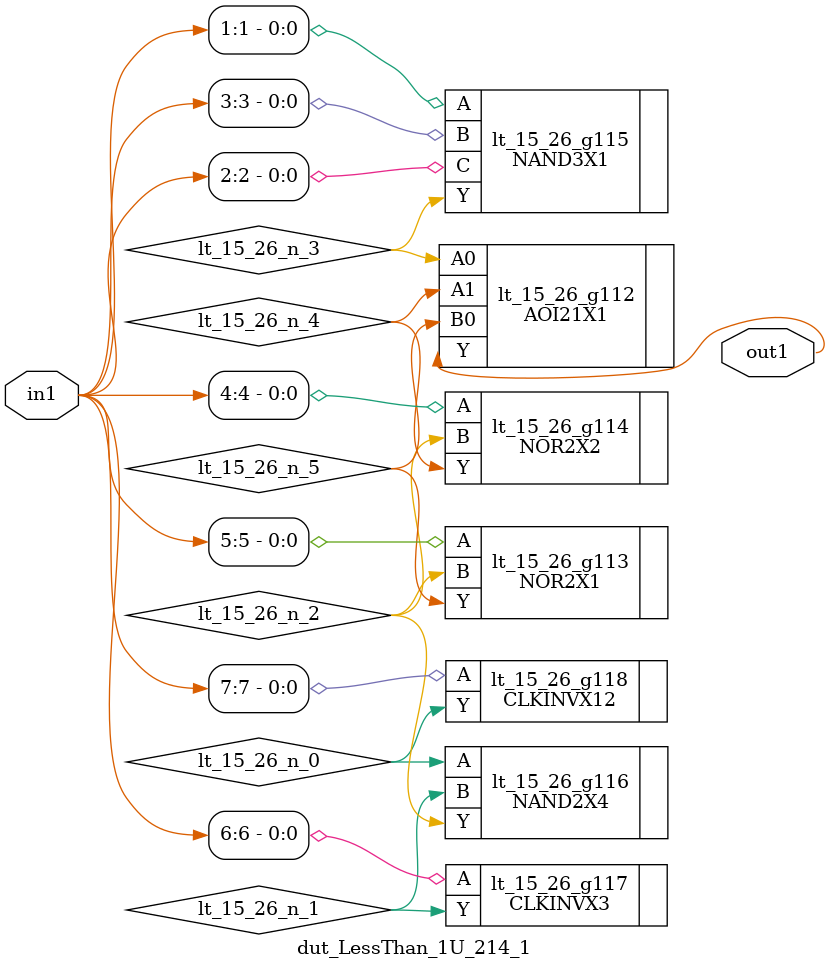
<source format=v>
`timescale 1ps / 1ps


module dut_LessThan_1U_214_1(in1, out1);
  input [7:0] in1;
  output out1;
  wire [7:0] in1;
  wire out1;
  wire lt_15_26_n_0, lt_15_26_n_1, lt_15_26_n_2, lt_15_26_n_3,
       lt_15_26_n_4, lt_15_26_n_5;
  AOI21X1 lt_15_26_g112(.A0 (lt_15_26_n_3), .A1 (lt_15_26_n_4), .B0
       (lt_15_26_n_5), .Y (out1));
  NOR2X1 lt_15_26_g113(.A (in1[5]), .B (lt_15_26_n_2), .Y
       (lt_15_26_n_5));
  NOR2X2 lt_15_26_g114(.A (in1[4]), .B (lt_15_26_n_2), .Y
       (lt_15_26_n_4));
  NAND3X1 lt_15_26_g115(.A (in1[1]), .B (in1[3]), .C (in1[2]), .Y
       (lt_15_26_n_3));
  NAND2X4 lt_15_26_g116(.A (lt_15_26_n_0), .B (lt_15_26_n_1), .Y
       (lt_15_26_n_2));
  CLKINVX3 lt_15_26_g117(.A (in1[6]), .Y (lt_15_26_n_1));
  CLKINVX12 lt_15_26_g118(.A (in1[7]), .Y (lt_15_26_n_0));
endmodule



</source>
